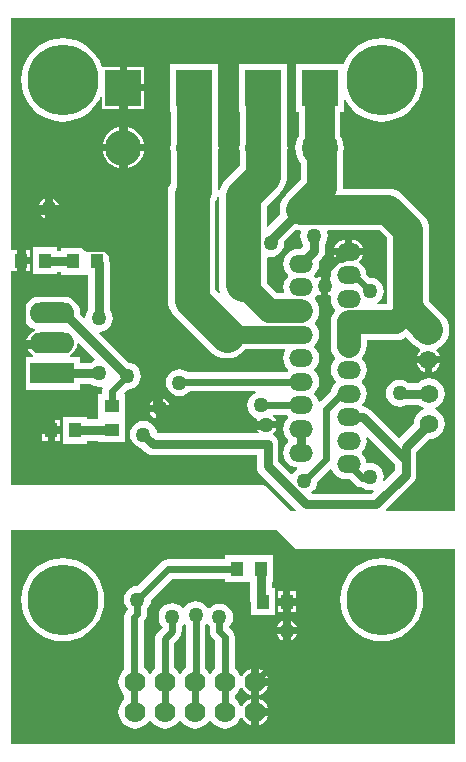
<source format=gbl>
%FSLAX24Y24*%
%MOIN*%
G70*
G01*
G75*
G04 Layer_Physical_Order=2*
G04 Layer_Color=16711680*
%ADD10R,0.0400X0.0500*%
%ADD11R,0.0200X0.0500*%
%ADD12C,0.0236*%
%ADD13C,0.0315*%
%ADD14R,0.1200X0.1200*%
%ADD15C,0.1200*%
%ADD16O,0.0787X0.0591*%
%ADD17O,0.1500X0.0700*%
%ADD18R,0.1500X0.0700*%
%ADD19C,0.0700*%
%ADD20C,0.2362*%
%ADD21C,0.0620*%
%ADD22C,0.0500*%
%ADD23R,0.0500X0.0400*%
%ADD24C,0.0787*%
%ADD25C,0.1181*%
%ADD26C,0.0984*%
%ADD27C,0.0591*%
G36*
X-21573Y1225D02*
X-21531Y1124D01*
X-21452Y1020D01*
X-21348Y941D01*
X-21228Y891D01*
X-21098Y874D01*
X-20954D01*
X-20784Y703D01*
X-20783Y703D01*
X-20717Y652D01*
X-20672Y633D01*
X-20640Y620D01*
X-20559Y610D01*
X-20517Y577D01*
X-20407Y532D01*
X-20290Y516D01*
X-20176Y531D01*
X-20155Y489D01*
X-20154Y486D01*
X-20239Y401D01*
X-22223D01*
X-22239Y448D01*
X-22159Y509D01*
X-22087Y603D01*
X-22042Y713D01*
X-22026Y830D01*
X-22026Y830D01*
X-21622Y1234D01*
X-21573Y1225D01*
D02*
G37*
G36*
X-19461Y1371D02*
Y1179D01*
X-19806Y834D01*
X-19809Y835D01*
X-19851Y856D01*
X-19836Y970D01*
X-19852Y1087D01*
X-19897Y1197D01*
X-19969Y1291D01*
X-20063Y1363D01*
X-20173Y1408D01*
X-20290Y1424D01*
X-20372Y1413D01*
X-20411Y1444D01*
X-20419Y1503D01*
X-20469Y1623D01*
X-20548Y1727D01*
X-20568Y1742D01*
Y1792D01*
X-20548Y1808D01*
X-20469Y1911D01*
X-20419Y2031D01*
X-20402Y2161D01*
X-20415Y2258D01*
X-20370Y2280D01*
X-19461Y1371D01*
D02*
G37*
G36*
X-19705Y8912D02*
Y6713D01*
X-20043D01*
X-20059Y6760D01*
X-19969Y6829D01*
X-19897Y6923D01*
X-19852Y7033D01*
X-19836Y7150D01*
X-19852Y7267D01*
X-19897Y7377D01*
X-19969Y7471D01*
X-20063Y7543D01*
X-20173Y7588D01*
X-20290Y7604D01*
X-20290Y7604D01*
X-20409Y7722D01*
X-20419Y7802D01*
X-20469Y7922D01*
X-20548Y8026D01*
X-20651Y8104D01*
Y8154D01*
X-20620Y8178D01*
X-20556Y8261D01*
X-20523Y8340D01*
X-21477D01*
X-21444Y8261D01*
X-21380Y8178D01*
X-21349Y8154D01*
Y8104D01*
X-21452Y8026D01*
X-21531Y7922D01*
X-21581Y7802D01*
X-21598Y7673D01*
X-21597Y7661D01*
X-21636Y7631D01*
X-21680Y7649D01*
Y7320D01*
Y6991D01*
X-21625Y7014D01*
X-21621Y7011D01*
X-21587Y6967D01*
X-21598Y6885D01*
X-21581Y6756D01*
X-21531Y6635D01*
X-21452Y6532D01*
X-21447Y6489D01*
X-21496Y6429D01*
X-21551Y6326D01*
X-21585Y6214D01*
X-21592Y6140D01*
X-21598Y6098D01*
X-21597Y6087D01*
Y5321D01*
X-21598Y5310D01*
X-21592Y5268D01*
X-21585Y5194D01*
X-21551Y5082D01*
X-21496Y4979D01*
X-21447Y4919D01*
X-21452Y4876D01*
X-21531Y4773D01*
X-21581Y4652D01*
X-21598Y4523D01*
X-21581Y4394D01*
X-21531Y4273D01*
X-21452Y4170D01*
X-21432Y4154D01*
Y4104D01*
X-21452Y4089D01*
X-21531Y3985D01*
X-21581Y3865D01*
X-21587Y3816D01*
X-21923Y3480D01*
X-21994Y3471D01*
X-22044Y3592D01*
X-22123Y3695D01*
X-22143Y3711D01*
Y3761D01*
X-22123Y3776D01*
X-22044Y3880D01*
X-21994Y4000D01*
X-21977Y4129D01*
X-21994Y4259D01*
X-22044Y4379D01*
X-22123Y4483D01*
X-22143Y4498D01*
Y4548D01*
X-22123Y4563D01*
X-22044Y4667D01*
X-21994Y4787D01*
X-21977Y4917D01*
X-21994Y5046D01*
X-22044Y5166D01*
X-22123Y5270D01*
X-22143Y5285D01*
Y5335D01*
X-22123Y5351D01*
X-22044Y5454D01*
X-21994Y5575D01*
X-21977Y5704D01*
X-21994Y5833D01*
X-22044Y5954D01*
X-22123Y6057D01*
X-22128Y6100D01*
X-22079Y6160D01*
X-22024Y6263D01*
X-21990Y6375D01*
X-21982Y6449D01*
X-21977Y6492D01*
X-21982Y6534D01*
X-21990Y6608D01*
X-22024Y6720D01*
X-22079Y6823D01*
X-22128Y6883D01*
X-22123Y6926D01*
X-22044Y7029D01*
X-22008Y7039D01*
X-21977Y7014D01*
X-21920Y6991D01*
Y7320D01*
Y7649D01*
X-21977Y7626D01*
X-22038Y7579D01*
X-22087Y7585D01*
X-22123Y7632D01*
X-22143Y7648D01*
Y7698D01*
X-22123Y7713D01*
X-22044Y7817D01*
X-21994Y7937D01*
X-21977Y8066D01*
X-21987Y8144D01*
X-21895Y8236D01*
X-21838Y8311D01*
X-21802Y8398D01*
X-21789Y8491D01*
Y8721D01*
X-21757Y8763D01*
X-21712Y8873D01*
X-21696Y8990D01*
X-21712Y9107D01*
X-21722Y9133D01*
X-21694Y9175D01*
X-19968D01*
X-19705Y8912D01*
D02*
G37*
G36*
X-22736Y9188D02*
X-22604Y9175D01*
X-22578Y9132D01*
X-22588Y9107D01*
X-22604Y8990D01*
X-22588Y8873D01*
X-22543Y8763D01*
X-22511Y8721D01*
Y8640D01*
X-22585Y8566D01*
X-22673D01*
X-22803Y8549D01*
X-22923Y8499D01*
X-23026Y8420D01*
X-23106Y8316D01*
X-23156Y8196D01*
X-23173Y8066D01*
X-23156Y7937D01*
X-23106Y7817D01*
X-23026Y7713D01*
X-23006Y7698D01*
Y7648D01*
X-23026Y7632D01*
X-23106Y7529D01*
X-23156Y7408D01*
X-23173Y7279D01*
X-23156Y7150D01*
X-23147Y7130D01*
X-23175Y7088D01*
X-23393D01*
X-23736Y7431D01*
Y8266D01*
X-23698Y8299D01*
X-23600Y8286D01*
X-23483Y8302D01*
X-23373Y8347D01*
X-23279Y8419D01*
X-23207Y8513D01*
X-23162Y8623D01*
X-23146Y8740D01*
X-23155Y8805D01*
X-22764Y9196D01*
X-22736Y9188D01*
D02*
G37*
G36*
X-25324Y10278D02*
Y7381D01*
X-25309Y7227D01*
X-25271Y7101D01*
X-25314Y7076D01*
X-25437Y7198D01*
Y10122D01*
X-25406Y10179D01*
X-25396Y10214D01*
X-25374Y10286D01*
X-25324Y10278D01*
D02*
G37*
G36*
X-17450Y-186D02*
X-17460Y-190D01*
Y-190D01*
X-17460Y-190D01*
X-19745D01*
X-19764Y-144D01*
X-18845Y775D01*
X-18788Y850D01*
X-18788Y850D01*
X-18788Y850D01*
X-18752Y937D01*
X-18739Y1030D01*
Y1520D01*
X-18739Y1520D01*
X-18739Y1520D01*
Y1520D01*
Y1791D01*
X-18314Y2216D01*
X-18310Y2216D01*
X-18177Y2233D01*
X-18053Y2285D01*
X-17946Y2366D01*
X-17865Y2473D01*
X-17813Y2597D01*
X-17796Y2730D01*
X-17813Y2863D01*
X-17865Y2987D01*
X-17946Y3094D01*
X-18053Y3175D01*
X-18124Y3205D01*
Y3255D01*
X-18053Y3285D01*
X-17946Y3366D01*
X-17865Y3473D01*
X-17813Y3597D01*
X-17796Y3730D01*
X-17813Y3863D01*
X-17865Y3987D01*
X-17946Y4094D01*
X-18053Y4175D01*
X-18177Y4227D01*
X-18310Y4244D01*
X-18443Y4227D01*
X-18567Y4175D01*
X-18674Y4094D01*
X-18676Y4091D01*
X-19005D01*
X-19073Y4143D01*
X-19183Y4188D01*
X-19300Y4204D01*
X-19417Y4188D01*
X-19527Y4143D01*
X-19621Y4071D01*
X-19693Y3977D01*
X-19738Y3867D01*
X-19754Y3750D01*
X-19738Y3633D01*
X-19693Y3523D01*
X-19621Y3429D01*
X-19527Y3357D01*
X-19417Y3312D01*
X-19300Y3296D01*
X-19183Y3312D01*
X-19073Y3357D01*
X-19057Y3369D01*
X-18676D01*
X-18674Y3366D01*
X-18567Y3285D01*
X-18496Y3255D01*
Y3205D01*
X-18567Y3175D01*
X-18674Y3094D01*
X-18755Y2987D01*
X-18807Y2863D01*
X-18824Y2730D01*
X-18824Y2726D01*
X-19310Y2240D01*
X-20273Y3203D01*
X-20348Y3260D01*
X-20373Y3271D01*
X-20435Y3296D01*
X-20528Y3309D01*
X-20558D01*
X-20568Y3317D01*
Y3367D01*
X-20548Y3382D01*
X-20469Y3486D01*
X-20419Y3606D01*
X-20402Y3736D01*
X-20419Y3865D01*
X-20469Y3985D01*
X-20548Y4089D01*
X-20568Y4104D01*
Y4154D01*
X-20548Y4170D01*
X-20469Y4273D01*
X-20419Y4394D01*
X-20402Y4523D01*
X-20419Y4652D01*
X-20469Y4773D01*
X-20548Y4876D01*
X-20553Y4919D01*
X-20504Y4979D01*
X-20449Y5082D01*
X-20415Y5194D01*
X-20408Y5268D01*
X-20402Y5310D01*
X-20403Y5321D01*
Y5520D01*
X-19404D01*
X-19404Y5520D01*
X-19287Y5531D01*
X-19175Y5565D01*
X-19080Y5616D01*
X-18832Y5368D01*
X-18726Y5282D01*
X-18612Y5221D01*
X-18608Y5171D01*
X-18632Y5152D01*
X-18698Y5067D01*
X-18734Y4980D01*
X-17946D01*
X-17982Y5067D01*
X-18048Y5152D01*
X-18072Y5171D01*
X-18068Y5221D01*
X-17954Y5282D01*
X-17848Y5368D01*
X-17762Y5474D01*
X-17697Y5594D01*
X-17658Y5724D01*
X-17645Y5860D01*
X-17658Y5996D01*
X-17697Y6126D01*
X-17762Y6246D01*
X-17848Y6352D01*
X-18315Y6818D01*
Y9200D01*
X-18328Y9336D01*
X-18367Y9466D01*
X-18432Y9586D01*
X-18518Y9692D01*
X-19188Y10362D01*
X-19294Y10448D01*
X-19414Y10513D01*
X-19544Y10552D01*
X-19680Y10565D01*
X-21162D01*
X-21185Y10590D01*
Y11763D01*
X-21182Y11773D01*
X-21166Y11930D01*
X-21182Y12087D01*
X-21227Y12238D01*
X-21275Y12326D01*
Y13130D01*
X-21170D01*
Y13528D01*
X-21122Y13541D01*
X-21020Y13375D01*
X-20879Y13210D01*
X-20713Y13069D01*
X-20528Y12955D01*
X-20327Y12872D01*
X-20116Y12821D01*
X-19899Y12804D01*
X-19682Y12821D01*
X-19471Y12872D01*
X-19270Y12955D01*
X-19085Y13069D01*
X-18920Y13210D01*
X-18778Y13375D01*
X-18665Y13560D01*
X-18582Y13761D01*
X-18531Y13973D01*
X-18514Y14189D01*
X-18531Y14406D01*
X-18582Y14617D01*
X-18665Y14818D01*
X-18778Y15004D01*
X-18920Y15169D01*
X-19085Y15310D01*
X-19270Y15424D01*
X-19471Y15507D01*
X-19682Y15558D01*
X-19899Y15575D01*
X-20116Y15558D01*
X-20327Y15507D01*
X-20528Y15424D01*
X-20713Y15310D01*
X-20879Y15169D01*
X-21020Y15004D01*
X-21134Y14818D01*
X-21170Y14730D01*
X-22770D01*
Y13130D01*
X-22665D01*
Y12326D01*
X-22713Y12238D01*
X-22758Y12087D01*
X-22774Y11930D01*
X-22758Y11773D01*
X-22713Y11622D01*
X-22638Y11483D01*
X-22575Y11407D01*
Y10878D01*
X-23092Y10362D01*
X-23178Y10256D01*
X-23243Y10136D01*
X-23282Y10006D01*
X-23295Y9870D01*
X-23282Y9734D01*
X-23274Y9706D01*
X-23689Y9290D01*
X-23736Y9310D01*
Y9981D01*
X-23278Y10438D01*
X-23278Y10438D01*
X-23180Y10559D01*
X-23106Y10696D01*
X-23061Y10845D01*
X-23046Y11000D01*
Y11834D01*
X-23036Y11930D01*
X-23046Y12026D01*
Y13130D01*
X-23040D01*
Y14730D01*
X-24640D01*
Y13130D01*
X-24634D01*
Y12026D01*
X-24644Y11930D01*
X-24634Y11834D01*
Y11329D01*
X-25092Y10872D01*
X-25190Y10751D01*
X-25264Y10614D01*
X-25274Y10579D01*
X-25296Y10508D01*
X-25346Y10515D01*
Y11824D01*
X-25336Y11920D01*
X-25346Y12016D01*
Y13120D01*
X-25340D01*
Y14720D01*
X-26940D01*
Y13120D01*
X-26934D01*
Y12016D01*
X-26944Y11920D01*
X-26934Y11824D01*
Y10754D01*
X-26965Y10696D01*
X-26976Y10662D01*
X-27010Y10547D01*
X-27025Y10392D01*
Y6869D01*
X-27025Y6869D01*
X-27025D01*
X-27010Y6714D01*
X-26976Y6600D01*
X-26965Y6565D01*
X-26892Y6428D01*
X-26793Y6308D01*
X-26793Y6308D01*
X-26793Y6308D01*
X-25628Y5142D01*
X-25507Y5044D01*
X-25370Y4970D01*
X-25221Y4925D01*
X-25066Y4910D01*
X-24911Y4925D01*
X-24762Y4970D01*
X-24625Y5044D01*
X-24504Y5142D01*
X-24453Y5205D01*
X-23135D01*
X-23107Y5163D01*
X-23156Y5046D01*
X-23173Y4917D01*
X-23156Y4787D01*
X-23106Y4667D01*
X-23026Y4563D01*
X-23006Y4548D01*
Y4498D01*
X-23026Y4483D01*
X-23051Y4450D01*
X-26357D01*
X-26413Y4493D01*
X-26523Y4538D01*
X-26640Y4554D01*
X-26757Y4538D01*
X-26867Y4493D01*
X-26961Y4421D01*
X-27033Y4327D01*
X-27078Y4217D01*
X-27094Y4100D01*
X-27078Y3983D01*
X-27033Y3873D01*
X-26961Y3779D01*
X-26867Y3707D01*
X-26757Y3662D01*
X-26640Y3646D01*
X-26523Y3662D01*
X-26413Y3707D01*
X-26319Y3779D01*
X-26297Y3808D01*
X-24110D01*
X-24100Y3759D01*
X-24159Y3735D01*
X-24253Y3663D01*
X-24325Y3569D01*
X-24370Y3459D01*
X-24386Y3342D01*
X-24370Y3224D01*
X-24325Y3115D01*
X-24253Y3021D01*
X-24159Y2949D01*
X-24118Y2932D01*
X-24046Y2877D01*
X-24069Y2820D01*
X-23411D01*
X-23434Y2877D01*
X-23490Y2950D01*
X-23522Y2974D01*
X-23506Y3021D01*
X-23051D01*
X-23026Y2989D01*
X-23006Y2973D01*
Y2923D01*
X-23026Y2908D01*
X-23106Y2804D01*
X-23156Y2684D01*
X-23173Y2554D01*
X-23156Y2425D01*
X-23106Y2305D01*
X-23026Y2201D01*
X-23006Y2186D01*
Y2136D01*
X-23026Y2120D01*
X-23106Y2017D01*
X-23156Y1896D01*
X-23173Y1767D01*
X-23156Y1638D01*
X-23106Y1517D01*
X-23026Y1414D01*
X-22923Y1334D01*
X-22803Y1285D01*
X-22713Y1273D01*
X-22707Y1223D01*
X-22707Y1223D01*
X-22801Y1151D01*
X-22873Y1057D01*
X-22875Y1053D01*
X-22924Y1044D01*
X-23339Y1459D01*
Y2050D01*
X-23352Y2143D01*
X-23388Y2230D01*
X-23445Y2305D01*
X-23520Y2362D01*
X-23529Y2366D01*
X-23536Y2416D01*
X-23490Y2450D01*
X-23434Y2523D01*
X-23411Y2580D01*
X-24069D01*
X-24046Y2523D01*
X-23993Y2455D01*
X-24016Y2411D01*
X-27371D01*
X-27395Y2435D01*
X-27402Y2487D01*
X-27447Y2597D01*
X-27519Y2691D01*
X-27613Y2763D01*
X-27723Y2808D01*
X-27840Y2824D01*
X-27957Y2808D01*
X-28067Y2763D01*
X-28161Y2691D01*
X-28233Y2597D01*
X-28278Y2487D01*
X-28294Y2370D01*
X-28278Y2253D01*
X-28233Y2143D01*
X-28161Y2049D01*
X-28067Y1977D01*
X-27957Y1932D01*
X-27905Y1925D01*
X-27775Y1795D01*
X-27700Y1738D01*
X-27613Y1702D01*
X-27520Y1689D01*
X-24061D01*
Y1310D01*
X-24048Y1217D01*
X-24012Y1130D01*
X-24012Y1130D01*
X-24012Y1130D01*
X-23955Y1055D01*
X-22756Y-144D01*
X-22775Y-190D01*
X-22950D01*
Y-160D01*
X-23780Y670D01*
X-23810Y700D01*
X-32250D01*
Y7820D01*
X-32250D01*
X-32220D01*
X-32215Y7820D01*
X-32215Y7820D01*
Y7820D01*
X-32040D01*
Y8170D01*
Y8520D01*
X-32215D01*
X-32215Y8520D01*
Y8520D01*
X-32220Y8520D01*
X-32250Y8550D01*
Y16250D01*
X-17450D01*
Y-186D01*
D02*
G37*
G36*
X-22760Y-1450D02*
X-17450D01*
Y-7910D01*
X-17480Y-7940D01*
Y-7940D01*
X-17480Y-7940D01*
X-32250D01*
Y-800D01*
X-23410D01*
X-22760Y-1450D01*
D02*
G37*
%LPC*%
G36*
X-30610Y2870D02*
X-30790D01*
Y2640D01*
X-30610D01*
Y2870D01*
D02*
G37*
G36*
X-23180Y-2860D02*
X-23360D01*
Y-3090D01*
X-23180D01*
Y-2860D01*
D02*
G37*
G36*
X-22760Y-3330D02*
X-22940D01*
Y-3560D01*
X-22760D01*
Y-3330D01*
D02*
G37*
G36*
X-30610Y2400D02*
X-30790D01*
Y2170D01*
X-30610D01*
Y2400D01*
D02*
G37*
G36*
X-31030D02*
X-31210D01*
Y2170D01*
X-31030D01*
Y2400D01*
D02*
G37*
G36*
Y2870D02*
X-31210D01*
Y2640D01*
X-31030D01*
Y2870D01*
D02*
G37*
G36*
X-22760Y-2860D02*
X-22940D01*
Y-3090D01*
X-22760D01*
Y-2860D01*
D02*
G37*
G36*
X-24000Y-5443D02*
Y-5760D01*
X-23683D01*
X-23727Y-5653D01*
X-23799Y-5559D01*
X-23893Y-5487D01*
X-24000Y-5443D01*
D02*
G37*
G36*
X-30529Y-1748D02*
X-30746Y-1765D01*
X-30957Y-1816D01*
X-31158Y-1899D01*
X-31343Y-2013D01*
X-31509Y-2154D01*
X-31650Y-2319D01*
X-31763Y-2505D01*
X-31847Y-2705D01*
X-31897Y-2917D01*
X-31914Y-3133D01*
X-31897Y-3350D01*
X-31847Y-3562D01*
X-31763Y-3762D01*
X-31650Y-3948D01*
X-31509Y-4113D01*
X-31343Y-4254D01*
X-31158Y-4368D01*
X-30957Y-4451D01*
X-30746Y-4502D01*
X-30529Y-4519D01*
X-30312Y-4502D01*
X-30101Y-4451D01*
X-29900Y-4368D01*
X-29715Y-4254D01*
X-29549Y-4113D01*
X-29408Y-3948D01*
X-29295Y-3762D01*
X-29211Y-3562D01*
X-29161Y-3350D01*
X-29144Y-3133D01*
X-29161Y-2917D01*
X-29211Y-2705D01*
X-29295Y-2505D01*
X-29408Y-2319D01*
X-29549Y-2154D01*
X-29715Y-2013D01*
X-29900Y-1899D01*
X-30101Y-1816D01*
X-30312Y-1765D01*
X-30529Y-1748D01*
D02*
G37*
G36*
X-19899D02*
X-20116Y-1765D01*
X-20327Y-1816D01*
X-20528Y-1899D01*
X-20713Y-2013D01*
X-20879Y-2154D01*
X-21020Y-2319D01*
X-21134Y-2505D01*
X-21217Y-2705D01*
X-21267Y-2917D01*
X-21285Y-3133D01*
X-21267Y-3350D01*
X-21217Y-3562D01*
X-21134Y-3762D01*
X-21020Y-3948D01*
X-20879Y-4113D01*
X-20713Y-4254D01*
X-20528Y-4368D01*
X-20327Y-4451D01*
X-20116Y-4502D01*
X-19899Y-4519D01*
X-19682Y-4502D01*
X-19471Y-4451D01*
X-19270Y-4368D01*
X-19085Y-4254D01*
X-18920Y-4113D01*
X-18778Y-3948D01*
X-18665Y-3762D01*
X-18582Y-3562D01*
X-18531Y-3350D01*
X-18514Y-3133D01*
X-18531Y-2917D01*
X-18582Y-2705D01*
X-18665Y-2505D01*
X-18778Y-2319D01*
X-18920Y-2154D01*
X-19085Y-2013D01*
X-19270Y-1899D01*
X-19471Y-1816D01*
X-19682Y-1765D01*
X-19899Y-1748D01*
D02*
G37*
G36*
X-23683Y-7000D02*
X-24000D01*
Y-7317D01*
X-23893Y-7273D01*
X-23799Y-7201D01*
X-23727Y-7107D01*
X-23683Y-7000D01*
D02*
G37*
G36*
X-24000Y-6443D02*
Y-6760D01*
X-23683D01*
X-23727Y-6653D01*
X-23799Y-6559D01*
X-23893Y-6487D01*
X-24000Y-6443D01*
D02*
G37*
G36*
X-23683Y-6000D02*
X-24000D01*
Y-6317D01*
X-23893Y-6273D01*
X-23799Y-6201D01*
X-23727Y-6107D01*
X-23683Y-6000D01*
D02*
G37*
G36*
X-22944Y-3837D02*
Y-4046D01*
X-22735D01*
X-22758Y-3989D01*
X-22814Y-3916D01*
X-22888Y-3860D01*
X-22944Y-3837D01*
D02*
G37*
G36*
X-23520Y-1660D02*
X-25120D01*
Y-1789D01*
X-27020D01*
X-27103Y-1800D01*
X-27135Y-1813D01*
X-27180Y-1832D01*
X-27247Y-1883D01*
X-28040Y-2676D01*
X-28040Y-2676D01*
X-28157Y-2692D01*
X-28267Y-2737D01*
X-28361Y-2809D01*
X-28433Y-2903D01*
X-28478Y-3013D01*
X-28494Y-3130D01*
X-28478Y-3247D01*
X-28433Y-3357D01*
X-28361Y-3451D01*
X-28361Y-3451D01*
Y-3467D01*
X-28377Y-3483D01*
X-28428Y-3550D01*
X-28447Y-3595D01*
X-28460Y-3627D01*
X-28471Y-3710D01*
Y-5456D01*
X-28512Y-5488D01*
X-28600Y-5603D01*
X-28656Y-5736D01*
X-28675Y-5880D01*
X-28656Y-6024D01*
X-28600Y-6157D01*
X-28512Y-6272D01*
X-28471Y-6304D01*
Y-6456D01*
X-28512Y-6488D01*
X-28600Y-6603D01*
X-28656Y-6736D01*
X-28675Y-6880D01*
X-28656Y-7024D01*
X-28600Y-7157D01*
X-28512Y-7272D01*
X-28397Y-7360D01*
X-28264Y-7416D01*
X-28120Y-7435D01*
X-27976Y-7416D01*
X-27843Y-7360D01*
X-27728Y-7272D01*
X-27645Y-7164D01*
X-27595D01*
X-27512Y-7272D01*
X-27397Y-7360D01*
X-27264Y-7416D01*
X-27120Y-7435D01*
X-26976Y-7416D01*
X-26843Y-7360D01*
X-26728Y-7272D01*
X-26645Y-7164D01*
X-26595D01*
X-26512Y-7272D01*
X-26397Y-7360D01*
X-26264Y-7416D01*
X-26120Y-7435D01*
X-25976Y-7416D01*
X-25843Y-7360D01*
X-25728Y-7272D01*
X-25645Y-7164D01*
X-25595D01*
X-25512Y-7272D01*
X-25397Y-7360D01*
X-25264Y-7416D01*
X-25120Y-7435D01*
X-24976Y-7416D01*
X-24843Y-7360D01*
X-24728Y-7272D01*
X-24640Y-7157D01*
X-24591Y-7040D01*
X-24541D01*
X-24513Y-7107D01*
X-24441Y-7201D01*
X-24347Y-7273D01*
X-24240Y-7317D01*
Y-6880D01*
Y-6443D01*
X-24347Y-6487D01*
X-24441Y-6559D01*
X-24513Y-6653D01*
X-24541Y-6720D01*
X-24591D01*
X-24640Y-6603D01*
X-24728Y-6488D01*
X-24799Y-6433D01*
Y-6327D01*
X-24728Y-6272D01*
X-24640Y-6157D01*
X-24591Y-6040D01*
X-24541D01*
X-24513Y-6107D01*
X-24441Y-6201D01*
X-24347Y-6273D01*
X-24240Y-6317D01*
Y-5880D01*
Y-5443D01*
X-24347Y-5487D01*
X-24441Y-5559D01*
X-24513Y-5653D01*
X-24541Y-5720D01*
X-24591D01*
X-24640Y-5603D01*
X-24728Y-5488D01*
X-24799Y-5433D01*
Y-4370D01*
X-24810Y-4287D01*
X-24830Y-4238D01*
X-24842Y-4210D01*
X-24893Y-4143D01*
X-24987Y-4049D01*
Y-4039D01*
X-24987Y-4039D01*
X-24915Y-3945D01*
X-24869Y-3835D01*
X-24854Y-3718D01*
X-24869Y-3600D01*
X-24915Y-3491D01*
X-24987Y-3397D01*
X-25081Y-3325D01*
X-25190Y-3279D01*
X-25308Y-3264D01*
X-25425Y-3279D01*
X-25535Y-3325D01*
X-25629Y-3397D01*
X-25652Y-3427D01*
X-25701Y-3420D01*
X-25702Y-3418D01*
X-25774Y-3324D01*
X-25868Y-3252D01*
X-25978Y-3206D01*
X-26095Y-3191D01*
X-26213Y-3206D01*
X-26322Y-3252D01*
X-26416Y-3324D01*
X-26488Y-3418D01*
X-26537Y-3424D01*
X-26562Y-3392D01*
X-26656Y-3320D01*
X-26765Y-3274D01*
X-26883Y-3259D01*
X-27000Y-3274D01*
X-27110Y-3320D01*
X-27204Y-3392D01*
X-27276Y-3486D01*
X-27321Y-3595D01*
X-27336Y-3713D01*
X-27321Y-3830D01*
X-27276Y-3940D01*
X-27204Y-4034D01*
X-27203Y-4034D01*
Y-4060D01*
X-27357Y-4213D01*
X-27408Y-4280D01*
X-27427Y-4325D01*
X-27440Y-4357D01*
X-27451Y-4440D01*
Y-5441D01*
X-27512Y-5488D01*
X-27595Y-5596D01*
X-27645D01*
X-27728Y-5488D01*
X-27829Y-5410D01*
Y-3843D01*
X-27813Y-3827D01*
X-27813Y-3827D01*
X-27762Y-3760D01*
X-27743Y-3715D01*
X-27730Y-3683D01*
X-27719Y-3600D01*
X-27719Y-3600D01*
X-27719Y-3600D01*
Y-3600D01*
Y-3451D01*
X-27719Y-3451D01*
X-27647Y-3357D01*
X-27602Y-3247D01*
X-27586Y-3130D01*
X-27586Y-3130D01*
X-26887Y-2431D01*
X-25120D01*
Y-2560D01*
X-24281D01*
Y-3150D01*
X-24268Y-3243D01*
X-24260Y-3263D01*
Y-3660D01*
X-23460D01*
Y-2760D01*
X-23559D01*
Y-2560D01*
X-23520D01*
Y-1660D01*
D02*
G37*
G36*
X-23180Y-3330D02*
X-23360D01*
Y-3560D01*
X-23180D01*
Y-3330D01*
D02*
G37*
G36*
X-23184Y-4286D02*
X-23393D01*
X-23370Y-4342D01*
X-23314Y-4416D01*
X-23241Y-4472D01*
X-23184Y-4495D01*
Y-4286D01*
D02*
G37*
G36*
X-22735D02*
X-22944D01*
Y-4495D01*
X-22888Y-4472D01*
X-22814Y-4416D01*
X-22758Y-4342D01*
X-22735Y-4286D01*
D02*
G37*
G36*
X-23184Y-3837D02*
X-23241Y-3860D01*
X-23314Y-3916D01*
X-23370Y-3989D01*
X-23393Y-4046D01*
X-23184D01*
Y-3837D01*
D02*
G37*
G36*
X-27420Y3120D02*
X-27629D01*
X-27606Y3063D01*
X-27550Y2990D01*
X-27477Y2934D01*
X-27420Y2911D01*
Y3120D01*
D02*
G37*
G36*
X-30870Y10239D02*
Y10030D01*
X-30661D01*
X-30684Y10087D01*
X-30740Y10160D01*
X-30813Y10216D01*
X-30870Y10239D01*
D02*
G37*
G36*
X-28630Y11810D02*
X-29202D01*
X-29200Y11793D01*
X-29160Y11661D01*
X-29095Y11539D01*
X-29007Y11433D01*
X-28901Y11345D01*
X-28779Y11280D01*
X-28647Y11240D01*
X-28630Y11238D01*
Y11810D01*
D02*
G37*
G36*
X-31110Y10239D02*
X-31167Y10216D01*
X-31240Y10160D01*
X-31296Y10087D01*
X-31319Y10030D01*
X-31110D01*
Y10239D01*
D02*
G37*
G36*
Y9790D02*
X-31319D01*
X-31296Y9733D01*
X-31240Y9660D01*
X-31167Y9604D01*
X-31110Y9581D01*
Y9790D01*
D02*
G37*
G36*
X-30661D02*
X-30870D01*
Y9581D01*
X-30813Y9604D01*
X-30740Y9660D01*
X-30684Y9733D01*
X-30661Y9790D01*
D02*
G37*
G36*
X-27818Y11810D02*
X-28390D01*
Y11238D01*
X-28373Y11240D01*
X-28241Y11280D01*
X-28119Y11345D01*
X-28013Y11433D01*
X-27925Y11539D01*
X-27860Y11661D01*
X-27820Y11793D01*
X-27818Y11810D01*
D02*
G37*
G36*
X-27810Y13810D02*
X-28390D01*
Y13230D01*
X-27810D01*
Y13810D01*
D02*
G37*
G36*
Y14630D02*
X-28390D01*
Y14050D01*
X-27810D01*
Y14630D01*
D02*
G37*
G36*
X-30529Y15575D02*
X-30746Y15558D01*
X-30957Y15507D01*
X-31158Y15424D01*
X-31343Y15310D01*
X-31509Y15169D01*
X-31650Y15004D01*
X-31763Y14818D01*
X-31847Y14617D01*
X-31897Y14406D01*
X-31914Y14189D01*
X-31897Y13973D01*
X-31847Y13761D01*
X-31763Y13560D01*
X-31650Y13375D01*
X-31509Y13210D01*
X-31343Y13069D01*
X-31158Y12955D01*
X-30957Y12872D01*
X-30746Y12821D01*
X-30529Y12804D01*
X-30312Y12821D01*
X-30101Y12872D01*
X-29900Y12955D01*
X-29715Y13069D01*
X-29549Y13210D01*
X-29408Y13375D01*
X-29295Y13560D01*
X-29259Y13646D01*
X-29210Y13637D01*
Y13230D01*
X-28630D01*
Y13930D01*
Y14630D01*
X-29210D01*
Y14630D01*
X-29217D01*
X-29295Y14818D01*
X-29408Y15004D01*
X-29549Y15169D01*
X-29715Y15310D01*
X-29900Y15424D01*
X-30101Y15507D01*
X-30312Y15558D01*
X-30529Y15575D01*
D02*
G37*
G36*
X-28630Y12622D02*
X-28647Y12620D01*
X-28779Y12580D01*
X-28901Y12515D01*
X-29007Y12427D01*
X-29095Y12321D01*
X-29160Y12199D01*
X-29200Y12067D01*
X-29202Y12050D01*
X-28630D01*
Y12622D01*
D02*
G37*
G36*
X-28390D02*
Y12050D01*
X-27818D01*
X-27820Y12067D01*
X-27860Y12199D01*
X-27925Y12321D01*
X-28013Y12427D01*
X-28119Y12515D01*
X-28241Y12580D01*
X-28373Y12620D01*
X-28390Y12622D01*
D02*
G37*
G36*
X-27420Y3569D02*
X-27477Y3546D01*
X-27550Y3490D01*
X-27606Y3417D01*
X-27629Y3360D01*
X-27420D01*
Y3569D01*
D02*
G37*
G36*
X-30720Y8620D02*
X-31520D01*
Y7720D01*
X-30720D01*
Y7779D01*
X-30580D01*
Y7690D01*
X-29681D01*
Y6519D01*
X-29713Y6477D01*
X-29758Y6367D01*
X-29771Y6274D01*
X-29818Y6258D01*
X-29948Y6388D01*
X-29945Y6410D01*
X-29964Y6554D01*
X-30020Y6687D01*
X-30108Y6802D01*
X-30223Y6890D01*
X-30356Y6946D01*
X-30500Y6965D01*
X-31300D01*
X-31444Y6946D01*
X-31577Y6890D01*
X-31692Y6802D01*
X-31780Y6687D01*
X-31836Y6554D01*
X-31855Y6410D01*
X-31836Y6266D01*
X-31780Y6133D01*
X-31692Y6018D01*
X-31577Y5930D01*
X-31460Y5881D01*
Y5831D01*
X-31527Y5803D01*
X-31621Y5731D01*
X-31693Y5637D01*
X-31737Y5530D01*
X-30900D01*
Y5290D01*
X-31737D01*
X-31693Y5183D01*
X-31621Y5089D01*
X-31527Y5017D01*
X-31508Y5009D01*
X-31518Y4960D01*
X-31850D01*
Y3860D01*
X-29950D01*
Y4049D01*
X-29589D01*
X-29547Y4017D01*
X-29437Y3972D01*
X-29320Y3956D01*
X-29226Y3969D01*
X-29195Y3929D01*
X-29197Y3925D01*
X-29210Y3893D01*
X-29221Y3810D01*
Y3720D01*
X-29350D01*
Y2920D01*
Y2881D01*
X-29710D01*
Y2970D01*
X-30510D01*
Y2070D01*
X-29710D01*
Y2159D01*
X-29350D01*
Y2120D01*
X-28450D01*
Y2920D01*
Y3720D01*
X-28471D01*
X-28490Y3766D01*
X-28390Y3866D01*
X-28390Y3866D01*
X-28273Y3882D01*
X-28163Y3927D01*
X-28069Y3999D01*
X-27997Y4093D01*
X-27952Y4203D01*
X-27936Y4320D01*
X-27952Y4437D01*
X-27997Y4547D01*
X-28069Y4641D01*
X-28163Y4713D01*
X-28273Y4758D01*
X-28325Y4765D01*
X-29312Y5752D01*
X-29296Y5799D01*
X-29203Y5812D01*
X-29093Y5857D01*
X-28999Y5929D01*
X-28927Y6023D01*
X-28882Y6133D01*
X-28866Y6250D01*
X-28882Y6367D01*
X-28927Y6477D01*
X-28959Y6519D01*
Y8080D01*
X-28972Y8173D01*
X-28980Y8193D01*
Y8590D01*
X-30580D01*
Y8501D01*
X-30720D01*
Y8620D01*
D02*
G37*
G36*
X-27180Y3569D02*
Y3360D01*
X-26971D01*
X-26994Y3417D01*
X-27050Y3490D01*
X-27123Y3546D01*
X-27180Y3569D01*
D02*
G37*
G36*
X-18460Y4740D02*
X-18734D01*
X-18698Y4653D01*
X-18632Y4568D01*
X-18547Y4502D01*
X-18460Y4466D01*
Y4740D01*
D02*
G37*
G36*
X-17946D02*
X-18220D01*
Y4466D01*
X-18133Y4502D01*
X-18048Y4568D01*
X-17982Y4653D01*
X-17946Y4740D01*
D02*
G37*
G36*
X-21120Y8856D02*
X-21202Y8845D01*
X-21298Y8805D01*
X-21380Y8742D01*
X-21444Y8659D01*
X-21477Y8580D01*
X-21120D01*
Y8856D01*
D02*
G37*
G36*
X-20880D02*
Y8580D01*
X-20523D01*
X-20556Y8659D01*
X-20620Y8742D01*
X-20702Y8805D01*
X-20798Y8845D01*
X-20880Y8856D01*
D02*
G37*
G36*
X-26971Y3120D02*
X-27180D01*
Y2911D01*
X-27123Y2934D01*
X-27050Y2990D01*
X-26994Y3063D01*
X-26971Y3120D01*
D02*
G37*
G36*
X-31620Y8050D02*
X-31800D01*
Y7820D01*
X-31620D01*
Y8050D01*
D02*
G37*
G36*
Y8520D02*
X-31800D01*
Y8290D01*
X-31620D01*
Y8520D01*
D02*
G37*
%LPD*%
G36*
X-26416Y-3968D02*
Y-5414D01*
X-26512Y-5488D01*
X-26595Y-5596D01*
X-26645D01*
X-26728Y-5488D01*
X-26809Y-5425D01*
Y-4573D01*
X-26656Y-4419D01*
X-26656Y-4419D01*
X-26656Y-4419D01*
X-26605Y-4353D01*
X-26595Y-4330D01*
X-26573Y-4276D01*
X-26562Y-4193D01*
X-26562Y-4193D01*
X-26562Y-4193D01*
Y-4193D01*
Y-4034D01*
X-26562Y-4034D01*
X-26490Y-3940D01*
X-26454Y-3935D01*
X-26416Y-3968D01*
D02*
G37*
G36*
X-29463Y4883D02*
X-29473Y4834D01*
X-29547Y4803D01*
X-29589Y4771D01*
X-29950D01*
Y4960D01*
X-30282D01*
X-30292Y5009D01*
X-30273Y5017D01*
X-30179Y5089D01*
X-30107Y5183D01*
X-30062Y5293D01*
X-30047Y5404D01*
X-30000Y5420D01*
X-29463Y4883D01*
D02*
G37*
G36*
X-25702Y-3942D02*
X-25701Y-3945D01*
X-25629Y-4039D01*
X-25629Y-4039D01*
Y-4182D01*
X-25629Y-4182D01*
X-25629D01*
X-25618Y-4265D01*
X-25602Y-4304D01*
X-25586Y-4343D01*
X-25535Y-4409D01*
X-25535Y-4409D01*
X-25535Y-4409D01*
X-25441Y-4503D01*
Y-5433D01*
X-25512Y-5488D01*
X-25595Y-5596D01*
X-25645D01*
X-25728Y-5488D01*
X-25774Y-5452D01*
Y-3971D01*
X-25737Y-3938D01*
X-25702Y-3942D01*
D02*
G37*
G54D10*
X-31120Y8170D02*
D03*
X-31920D02*
D03*
X-29380Y8140D02*
D03*
X-30180D02*
D03*
X-30910Y2520D02*
D03*
X-30110D02*
D03*
X-23920Y-2110D02*
D03*
X-24720D02*
D03*
X-23060Y-3210D02*
D03*
X-23860D02*
D03*
G54D12*
X-24120Y-6880D02*
Y-5880D01*
X-23064Y-4824D01*
Y-4166D01*
Y-3214D02*
X-23060Y-3210D01*
X-23064Y-4166D02*
Y-3214D01*
X-21800Y7780D02*
X-21335Y8245D01*
X-21000Y7673D02*
X-20813D01*
X-20290Y7150D01*
X-20557Y930D02*
X-20290D01*
X-28040Y-3130D02*
X-27020Y-2110D01*
X-24720D01*
X-21000Y1373D02*
X-20557Y930D01*
X-23932Y3342D02*
X-22575D01*
X-26631Y4129D02*
X-22575D01*
X-22480Y830D02*
X-21740Y1570D01*
Y3210D01*
X-21214Y3736D01*
X-21000D01*
X-28900Y3810D02*
X-28390Y4320D01*
X-28900Y3320D02*
Y3810D01*
X-26095Y-5855D02*
Y-3645D01*
X-26120Y-5880D02*
X-26095Y-5855D01*
X-26120Y-6880D02*
Y-5880D01*
X-25308Y-4182D02*
Y-3718D01*
Y-4182D02*
X-25120Y-4370D01*
Y-5880D02*
Y-4370D01*
Y-6880D02*
Y-5880D01*
X-26883Y-4193D02*
Y-3713D01*
X-27130Y-4440D02*
X-26883Y-4193D01*
X-27130Y-6870D02*
Y-4440D01*
Y-6870D02*
X-27120Y-6880D01*
X-28040Y-3600D02*
Y-3130D01*
X-28150Y-3710D02*
X-28040Y-3600D01*
X-28150Y-6850D02*
X-28120Y-6880D01*
X-28150Y-6850D02*
Y-3710D01*
X-30900Y6410D02*
X-30480D01*
G54D13*
X-27400Y3340D02*
X-27300Y3240D01*
X-27400Y3340D02*
Y6946D01*
X-27300Y3240D02*
X-26760Y2700D01*
X-23740D01*
X-30950Y9870D02*
X-29570D01*
X-31540D02*
X-30950D01*
X-29707Y8627D01*
X-30990Y9910D02*
X-30950Y9870D01*
X-29082Y8627D02*
X-27400Y6946D01*
X-29707Y8627D02*
X-29082D01*
X-31920Y3530D02*
Y5400D01*
Y3530D02*
X-30910Y2520D01*
X-31920Y8170D02*
Y9490D01*
Y5400D02*
Y8170D01*
X-30910Y5400D02*
X-30900Y5410D01*
X-31920Y5400D02*
X-30910D01*
X-23920Y-3150D02*
X-23860Y-3210D01*
X-23920Y-3150D02*
Y-2110D01*
X-22575Y8066D02*
X-22150Y8491D01*
Y8990D01*
X-19210Y3740D02*
X-19200Y3730D01*
X-18310D01*
X-19100Y1940D02*
X-18310Y2730D01*
X-19100Y1520D02*
Y1940D01*
X-20528Y2948D02*
X-19100Y1520D01*
X-21000Y2948D02*
X-20528D01*
X-21800Y7460D02*
Y7780D01*
X-21335Y8245D02*
X-21215D01*
X-21000Y8460D01*
X-23600Y8870D02*
X-22600Y9870D01*
X-23600Y8740D02*
Y8870D01*
X-28510Y11930D02*
Y13930D01*
Y10930D02*
Y11930D01*
X-29570Y9870D02*
X-28510Y10930D01*
X-22430Y40D02*
X-20090D01*
X-19100Y1030D01*
Y1520D01*
X-29320Y6250D02*
Y8080D01*
X-29380Y8140D02*
X-29320Y8080D01*
X-31100Y8140D02*
X-30180D01*
X-31120Y8120D02*
X-31100Y8140D01*
X-31920Y9490D02*
X-31540Y9870D01*
X-30040Y2520D02*
X-28900D01*
X-30060Y2540D02*
X-30040Y2520D01*
X-22575Y1767D02*
Y2554D01*
X-30480Y6410D02*
X-28390Y4320D01*
X-30900Y4410D02*
X-29320D01*
X-23700Y1310D02*
X-22430Y40D01*
X-23700Y1310D02*
Y2050D01*
X-27520D02*
X-23700D01*
X-27840Y2370D02*
X-27520Y2050D01*
G54D14*
X-21970Y13930D02*
D03*
X-28510D02*
D03*
X-23840D02*
D03*
X-26140Y13920D02*
D03*
G54D15*
X-21970Y11930D02*
D03*
X-28510D02*
D03*
X-23840D02*
D03*
X-26140Y11920D02*
D03*
G54D16*
X-22575Y1767D02*
D03*
Y2554D02*
D03*
Y3342D02*
D03*
Y4129D02*
D03*
Y4917D02*
D03*
Y5704D02*
D03*
Y6492D02*
D03*
Y7279D02*
D03*
Y8066D02*
D03*
X-21000Y1373D02*
D03*
Y2161D02*
D03*
Y2948D02*
D03*
Y3736D02*
D03*
Y4523D02*
D03*
Y5310D02*
D03*
Y6098D02*
D03*
Y6885D02*
D03*
Y7673D02*
D03*
Y8460D02*
D03*
G54D17*
X-30900Y6410D02*
D03*
Y5410D02*
D03*
G54D18*
Y4410D02*
D03*
G54D19*
X-24120Y-5880D02*
D03*
X-28120Y-6880D02*
D03*
Y-5880D02*
D03*
X-27120Y-6880D02*
D03*
Y-5880D02*
D03*
X-26120Y-6880D02*
D03*
Y-5880D02*
D03*
X-25120Y-6880D02*
D03*
Y-5880D02*
D03*
X-24120Y-6880D02*
D03*
G54D20*
X-19899Y-3133D02*
D03*
X-30529D02*
D03*
Y14189D02*
D03*
X-19899D02*
D03*
G54D21*
X-18340Y4860D02*
D03*
Y5860D02*
D03*
X-18310Y2730D02*
D03*
Y3730D02*
D03*
G54D22*
X-27300Y3240D02*
D03*
X-30990Y9910D02*
D03*
X-21760Y9810D02*
D03*
X-24530Y9050D02*
D03*
X-26270Y9130D02*
D03*
X-22150Y8990D02*
D03*
X-19300Y3750D02*
D03*
X-21800Y7320D02*
D03*
X-20290Y7150D02*
D03*
Y970D02*
D03*
X-25308Y-3718D02*
D03*
X-26095Y-3645D02*
D03*
X-26883Y-3713D02*
D03*
X-28040Y-3130D02*
D03*
X-23932Y3342D02*
D03*
X-26640Y4100D02*
D03*
X-22480Y830D02*
D03*
X-28390Y4320D02*
D03*
X-29320Y6250D02*
D03*
X-23600Y8740D02*
D03*
X-23064Y-4166D02*
D03*
X-23740Y2700D02*
D03*
X-29320Y4410D02*
D03*
X-27840Y2370D02*
D03*
G54D23*
X-28900Y3320D02*
D03*
Y2520D02*
D03*
G54D24*
X-24530Y7381D02*
X-23640Y6492D01*
X-21000Y6098D02*
X-20982Y6116D01*
X-21000Y5310D02*
Y6098D01*
X-23640Y6492D02*
X-22575D01*
X-20982Y6116D02*
X-19404D01*
X-19010Y6510D01*
G54D25*
X-24530Y10310D02*
X-23840Y11000D01*
X-24530Y7381D02*
Y10310D01*
X-26231Y6869D02*
X-25066Y5704D01*
X-26231Y6869D02*
Y10392D01*
X-26140Y10483D01*
Y11920D02*
Y13920D01*
Y10483D02*
Y11920D01*
X-23840Y11930D02*
Y13930D01*
Y11000D02*
Y11930D01*
G54D26*
X-22600Y9870D02*
X-19680D01*
X-19010Y9200D01*
Y6510D02*
Y9200D01*
X-22600Y9870D02*
X-21880Y10590D01*
Y11840D01*
X-21970Y11930D02*
X-21880Y11840D01*
X-21970Y11930D02*
Y13930D01*
X-19010Y6510D02*
X-18990D01*
X-18340Y5860D01*
G54D27*
X-25066Y5704D02*
X-22575D01*
M02*

</source>
